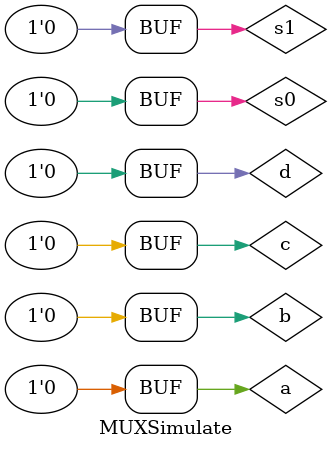
<source format=v>
`timescale 1ns / 1ps


module MUXSimulate;

	// Inputs
	reg a;
	reg b;
	reg c;
	reg d;
	reg s0;
	reg s1;

	// Outputs
	wire z;

	// Instantiate the Unit Under Test (UUT)
	FourToOneMUX uut (
		.a(a), 
		.b(b), 
		.c(c), 
		.d(d),
		.s0(s0),
		.s1(s1),
		.z(z)
	);

	initial begin
		// Initialize Inputs
		a = 0;
		b = 0;
		c = 0;
		d = 0;
		s0 = 0;
		s1 = 0;

		// Wait 100 ns for global reset to finish
		#100;
        
		// Add stimulus here
		#100 a=1;
		#100 s0=1;a=0;b=1;
		#100 s1=1;s0=0;b=0;c=1;
		#100 s1=1;s0=1;c=0;d=1;
		#100 s1=0;s0=0;d=0;
		
	end
      
	initial begin
		$monitor("s0:%d, s1:%d, a:%d, b:%d, c:%d, d:%d, z: %d\n\n", s0, s1, a, b, c, d, z);
	end
endmodule


</source>
